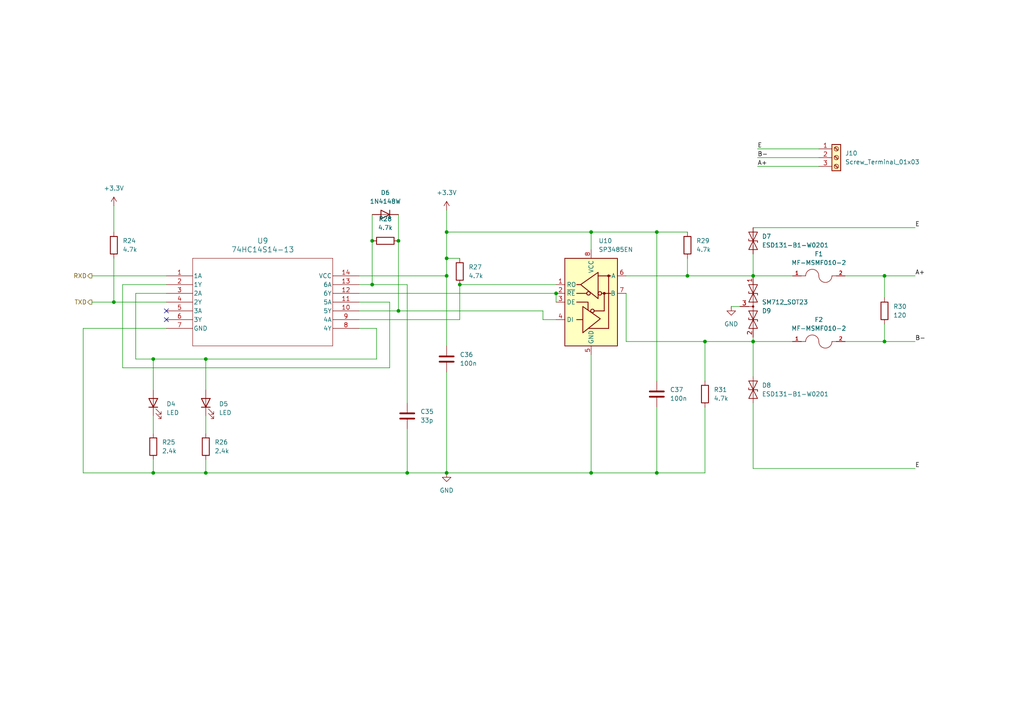
<source format=kicad_sch>
(kicad_sch (version 20250114) (generator "eeschema") (generator_version "9.0")
  (paper "A4")
  (lib_symbols
    (symbol "74HC14s14-13:74HC14S14-13" (pin_names (offset 0.254))
      (property "Reference" "U" (at 27.94 10.16 0))
      (property "Value" "74HC14S14-13" (at 27.94 7.62 0))
      (symbol "74HC14S14-13_0_1"
        (polyline (pts (xy 7.62 5.08) (xy 7.62 -20.32)) (stroke (width 0.127)))
        (polyline (pts (xy 7.62 -20.32) (xy 48.26 -20.32)) (stroke (width 0.127)))
        (polyline (pts (xy 48.26 5.08) (xy 7.62 5.08)) (stroke (width 0.127)))
        (polyline (pts (xy 48.26 -20.32) (xy 48.26 5.08)) (stroke (width 0.127)))
        (pin input line (at 0 0 0) (length 7.62) (name "1A") (number "1"))
        (pin output line (at 0 -2.54 0) (length 7.62) (name "1Y") (number "2"))
        (pin input line (at 0 -5.08 0) (length 7.62) (name "2A") (number "3"))
        (pin output line (at 0 -7.62 0) (length 7.62) (name "2Y") (number "4"))
        (pin input line (at 0 -10.16 0) (length 7.62) (name "3A") (number "5"))
        (pin output line (at 0 -12.7 0) (length 7.62) (name "3Y") (number "6"))
        (pin power_in line (at 0 -15.24 0) (length 7.62) (name "GND") (number "7"))
        (pin power_in line (at 55.88 0 180) (length 7.62) (name "VCC") (number "14"))
        (pin input line (at 55.88 -2.54 180) (length 7.62) (name "6A") (number "13"))
        (pin output line (at 55.88 -5.08 180) (length 7.62) (name "6Y") (number "12"))
        (pin input line (at 55.88 -7.62 180) (length 7.62) (name "5A") (number "11"))
        (pin output line (at 55.88 -10.16 180) (length 7.62) (name "5Y") (number "10"))
        (pin input line (at 55.88 -12.7 180) (length 7.62) (name "4A") (number "9"))
        (pin output line (at 55.88 -15.24 180) (length 7.62) (name "4Y") (number "8"))
      )
    )
    (symbol "Connector:Screw_Terminal_01x03" (pin_names (offset 1.016) (hide yes))
      (property "Reference" "J" (at 0 5.08 0))
      (property "Value" "Screw_Terminal_01x03" (at 0 -5.08 0))
      (symbol "Screw_Terminal_01x03_1_1"
        (rectangle (start -1.27 3.81) (end 1.27 -3.81) (stroke (width 0.254)) (fill (type background)))
        (polyline (pts (xy -0.5334 2.8702) (xy 0.3302 2.032)) (stroke (width 0.1524)))
        (polyline (pts (xy -0.5334 0.3302) (xy 0.3302 -0.508)) (stroke (width 0.1524)))
        (polyline (pts (xy -0.5334 -2.2098) (xy 0.3302 -3.048)) (stroke (width 0.1524)))
        (polyline (pts (xy -0.3556 3.048) (xy 0.508 2.2098)) (stroke (width 0.1524)))
        (polyline (pts (xy -0.3556 0.508) (xy 0.508 -0.3302)) (stroke (width 0.1524)))
        (polyline (pts (xy -0.3556 -2.032) (xy 0.508 -2.8702)) (stroke (width 0.1524)))
        (circle (center 0 2.54) (radius 0.635) (stroke (width 0.1524)))
        (circle (center 0 0) (radius 0.635) (stroke (width 0.1524)))
        (circle (center 0 -2.54) (radius 0.635) (stroke (width 0.1524)))
        (pin passive line (at -5.08 2.54 0) (length 3.81) (name "Pin_1") (number "1"))
        (pin passive line (at -5.08 0 0) (length 3.81) (name "Pin_2") (number "2"))
        (pin passive line (at -5.08 -2.54 0) (length 3.81) (name "Pin_3") (number "3"))
      )
    )
    (symbol "Device:C" (pin_numbers (hide yes)) (pin_names (offset 0.254))
      (property "Reference" "C" (at 0.635 2.54 0))
      (property "Value" "C" (at 0.635 -2.54 0))
      (symbol "C_0_1"
        (polyline (pts (xy -2.032 0.762) (xy 2.032 0.762)) (stroke (width 0.508)))
        (polyline (pts (xy -2.032 -0.762) (xy 2.032 -0.762)) (stroke (width 0.508)))
      )
      (symbol "C_1_1"
        (pin passive line (at 0 3.81 270) (length 2.794) (name "~") (number "1"))
        (pin passive line (at 0 -3.81 90) (length 2.794) (name "~") (number "2"))
      )
    )
    (symbol "Device:LED" (pin_numbers (hide yes)) (pin_names (offset 1.016) (hide yes))
      (property "Reference" "D" (at 0 2.54 0))
      (property "Value" "LED" (at 0 -2.54 0))
      (symbol "LED_0_1"
        (polyline (pts (xy -3.048 -0.762) (xy -4.572 -2.286) (xy -3.81 -2.286) (xy -4.572 -2.286) (xy -4.572 -1.524)))
        (polyline (pts (xy -1.778 -0.762) (xy -3.302 -2.286) (xy -2.54 -2.286) (xy -3.302 -2.286) (xy -3.302 -1.524)))
        (polyline (pts (xy -1.27 0) (xy 1.27 0)))
        (polyline (pts (xy -1.27 -1.27) (xy -1.27 1.27)) (stroke (width 0.254)))
        (polyline (pts (xy 1.27 -1.27) (xy 1.27 1.27) (xy -1.27 0) (xy 1.27 -1.27)) (stroke (width 0.254)))
      )
      (symbol "LED_1_1"
        (pin passive line (at -3.81 0 0) (length 2.54) (name "K") (number "1"))
        (pin passive line (at 3.81 0 180) (length 2.54) (name "A") (number "2"))
      )
    )
    (symbol "Device:R" (pin_numbers (hide yes)) (pin_names (offset 0))
      (property "Reference" "R" (at 2.032 0 90))
      (property "Value" "R" (at 0 0 90))
      (symbol "R_0_1"
        (rectangle (start -1.016 -2.54) (end 1.016 2.54) (stroke (width 0.254)))
      )
      (symbol "R_1_1"
        (pin passive line (at 0 3.81 270) (length 1.27) (name "~") (number "1"))
        (pin passive line (at 0 -3.81 90) (length 1.27) (name "~") (number "2"))
      )
    )
    (symbol "Diode:1N4148W" (pin_numbers (hide yes)) (pin_names (hide yes))
      (property "Reference" "D" (at 0 2.54 0))
      (property "Value" "1N4148W" (at 0 -2.54 0))
      (symbol "1N4148W_0_1"
        (polyline (pts (xy -1.27 1.27) (xy -1.27 -1.27)) (stroke (width 0.254)))
        (polyline (pts (xy 1.27 1.27) (xy 1.27 -1.27) (xy -1.27 0) (xy 1.27 1.27)) (stroke (width 0.254)))
        (polyline (pts (xy 1.27 0) (xy -1.27 0)))
      )
      (symbol "1N4148W_1_1"
        (pin passive line (at -3.81 0 0) (length 2.54) (name "K") (number "1"))
        (pin passive line (at 3.81 0 180) (length 2.54) (name "A") (number "2"))
      )
    )
    (symbol "Diode:ESD131-B1-W0201" (pin_numbers (hide yes)) (pin_names (offset 1.016) (hide yes))
      (property "Reference" "D" (at 0 2.54 0))
      (property "Value" "ESD131-B1-W0201" (at 0 -2.54 0))
      (symbol "ESD131-B1-W0201_0_1"
        (polyline (pts (xy -2.54 -1.27) (xy 0 0) (xy -2.54 1.27) (xy -2.54 -1.27)) (stroke (width 0.2032)))
        (polyline (pts (xy 0.508 1.27) (xy 0 1.27) (xy 0 -1.27) (xy -0.508 -1.27)) (stroke (width 0.2032)))
        (polyline (pts (xy 1.27 0) (xy -1.27 0)))
        (polyline (pts (xy 2.54 1.27) (xy 2.54 -1.27) (xy 0 0) (xy 2.54 1.27)) (stroke (width 0.2032)))
      )
      (symbol "ESD131-B1-W0201_1_1"
        (pin passive line (at -3.81 0 0) (length 2.54) (name "A1") (number "1"))
        (pin passive line (at 3.81 0 180) (length 2.54) (name "A2") (number "2"))
      )
    )
    (symbol "Diode:SM712_SOT23" (pin_names (offset 1.016) (hide yes))
      (property "Reference" "D" (at 0 4.445 0))
      (property "Value" "SM712_SOT23" (at 0 2.54 0))
      (symbol "SM712_SOT23_0_0"
        (polyline (pts (xy 0 -1.27) (xy 0 0)))
      )
      (symbol "SM712_SOT23_0_1"
        (polyline (pts (xy -6.35 0) (xy 6.35 0)))
        (polyline (pts (xy -6.35 -1.27) (xy -1.27 1.27) (xy -1.27 -1.27) (xy -6.35 1.27) (xy -6.35 -1.27)) (stroke (width 0.2032)))
        (polyline (pts (xy -3.302 1.27) (xy -3.81 1.27) (xy -3.81 -1.27) (xy -4.318 -1.27)) (stroke (width 0.2032)))
        (circle (center 0 0) (radius 0.254) (fill (type outline)))
        (polyline (pts (xy 1.27 -1.27) (xy 1.27 1.27) (xy 6.35 -1.27) (xy 6.35 1.27) (xy 1.27 -1.27)) (stroke (width 0.2032)))
        (polyline (pts (xy 4.318 1.27) (xy 3.81 1.27) (xy 3.81 -1.27) (xy 3.302 -1.27)) (stroke (width 0.2032)))
      )
      (symbol "SM712_SOT23_1_1"
        (pin passive line (at -8.89 0 0) (length 2.54) (name "A1") (number "1"))
        (pin input line (at 0 -3.81 90) (length 2.54) (name "common") (number "3"))
        (pin passive line (at 8.89 0 180) (length 2.54) (name "A2") (number "2"))
      )
    )
    (symbol "Interface_UART:SP3485EN"
      (property "Reference" "U" (at -7.62 13.97 0))
      (property "Value" "SP3485EN" (at 1.905 13.97 0))
      (symbol "SP3485EN_0_1"
        (rectangle (start -7.62 12.7) (end 7.62 -12.7) (stroke (width 0.254)) (fill (type background)))
        (polyline (pts (xy -4.191 2.54) (xy -1.27 2.54)) (stroke (width 0.254)))
        (polyline (pts (xy -4.191 0) (xy -0.889 0) (xy -0.889 -2.286)) (stroke (width 0.254)))
        (polyline (pts (xy -3.175 5.08) (xy -4.191 5.08) (xy -4.064 5.08)) (stroke (width 0.254)))
        (polyline (pts (xy -2.54 -5.08) (xy -4.191 -5.08)) (stroke (width 0.254)))
        (polyline (pts (xy -2.413 -5.08) (xy -2.413 -1.27) (xy 2.667 -4.826) (xy -2.413 -8.89) (xy -2.413 -5.08)) (stroke (width 0.254)))
        (polyline (pts (xy -0.635 -7.62) (xy 5.08 -7.62)) (stroke (width 0.254)))
        (circle (center 0.381 -2.54) (radius 0.508) (stroke (width 0.254)))
        (polyline (pts (xy 0.889 -2.54) (xy 3.81 -2.54)) (stroke (width 0.254)))
        (polyline (pts (xy 2.032 7.62) (xy 5.715 7.62)) (stroke (width 0.254)))
        (polyline (pts (xy 3.048 2.54) (xy 5.715 2.54)) (stroke (width 0.254)))
        (circle (center 3.81 2.54) (radius 0.2794) (stroke (width 0.254)) (fill (type outline)))
        (polyline (pts (xy 3.81 -2.54) (xy 3.81 2.54)) (stroke (width 0.254)))
        (polyline (pts (xy 5.08 -7.62) (xy 5.08 7.62)) (stroke (width 0.254)))
      )
      (symbol "SP3485EN_1_1"
        (circle (center -0.762 2.54) (radius 0.508) (stroke (width 0.254)))
        (polyline (pts (xy 2.032 4.826) (xy 2.032 8.636) (xy -3.048 5.08) (xy 2.032 1.016) (xy 2.032 4.826)) (stroke (width 0.254)))
        (circle (center 2.54 2.54) (radius 0.508) (stroke (width 0.254)))
        (circle (center 5.08 7.62) (radius 0.2794) (stroke (width 0.254)) (fill (type outline)))
        (pin output line (at -10.16 5.08 0) (length 2.54) (name "RO") (number "1"))
        (pin input line (at -10.16 2.54 0) (length 2.54) (name "~{RE}") (number "2"))
        (pin input line (at -10.16 0 0) (length 2.54) (name "DE") (number "3"))
        (pin input line (at -10.16 -5.08 0) (length 2.54) (name "DI") (number "4"))
        (pin power_in line (at 0 15.24 270) (length 2.54) (name "VCC") (number "8"))
        (pin power_in line (at 0 -15.24 90) (length 2.54) (name "GND") (number "5"))
        (pin bidirectional line (at 10.16 7.62 180) (length 2.54) (name "A") (number "6"))
        (pin bidirectional line (at 10.16 2.54 180) (length 2.54) (name "B") (number "7"))
      )
    )
    (symbol "MF-MSMF010-2:MF-MSMF010-2" (pin_names (offset 1.016))
      (property "Reference" "F" (at -2.54 5.08 0))
      (property "Value" "MF-MSMF010-2" (at -2.54 -5.08 0))
      (symbol "MF-MSMF010-2_0_0"
        (polyline (pts (xy -5.08 0) (xy -3.81 0)) (stroke (width 0.1524)))
        (arc (start -3.81 0) (mid -1.905 1.8967) (end 0 0) (stroke (width 0.1524)))
        (arc (start 3.81 0) (mid 1.905 -1.8967) (end 0 0) (stroke (width 0.1524)))
        (polyline (pts (xy 5.08 0) (xy 3.81 0)) (stroke (width 0.1524)))
        (pin passive line (at -7.62 0 0) (length 2.54) (name "~") (number "1"))
        (pin passive line (at 7.62 0 180) (length 2.54) (name "~") (number "2"))
      )
    )
    (symbol "power:+5V" (power) (pin_numbers (hide yes)) (pin_names (offset 0) (hide yes))
      (property "Value" "+5V" (at 0 3.556 0))
      (symbol "+5V_0_1"
        (polyline (pts (xy -0.762 1.27) (xy 0 2.54)))
        (polyline (pts (xy 0 2.54) (xy 0.762 1.27)))
        (polyline (pts (xy 0 0) (xy 0 2.54)))
      )
      (symbol "+5V_1_1"
        (pin power_in line (at 0 0 90) (length 0) (name "~") (number "1"))
      )
    )
    (symbol "power:GND" (power) (pin_numbers (hide yes)) (pin_names (offset 0) (hide yes))
      (property "Value" "GND" (at 0 -3.81 0))
      (symbol "GND_0_1"
        (polyline (pts (xy 0 0) (xy 0 -1.27) (xy 1.27 -1.27) (xy 0 -2.54) (xy -1.27 -1.27) (xy 0 -1.27)))
      )
      (symbol "GND_1_1"
        (pin power_in line (at 0 0 270) (length 0) (name "~") (number "1"))
      )
    )
  )
  (junction (at 107.95 69.85))
  (junction (at 129.54 137.16))
  (junction (at 44.45 137.16))
  (junction (at 33.02 87.63))
  (junction (at 115.57 90.17))
  (junction (at 256.54 80.01))
  (junction (at 44.45 104.14))
  (junction (at 190.5 137.16))
  (junction (at 161.29 85.09))
  (junction (at 199.39 80.01))
  (junction (at 118.11 137.16))
  (junction (at 171.45 67.31))
  (junction (at 59.69 137.16))
  (junction (at 256.54 99.06))
  (junction (at 218.44 99.06))
  (junction (at 107.95 82.55))
  (junction (at 171.45 137.16))
  (junction (at 218.44 80.01))
  (junction (at 133.35 82.55))
  (junction (at 129.54 80.01))
  (junction (at 115.57 69.85))
  (junction (at 129.54 74.93))
  (junction (at 204.47 99.06))
  (junction (at 59.69 104.14))
  (junction (at 190.5 67.31))
  (junction (at 129.54 67.31))
  (no_connect (at 48.26 92.71))
  (no_connect (at 48.26 90.17))
  (wire (pts (xy 218.44 116.84) (xy 218.44 135.89)))
  (wire (pts (xy 133.35 92.71) (xy 133.35 82.55)))
  (wire (pts (xy 109.22 104.14) (xy 109.22 95.25)))
  (wire (pts (xy 118.11 124.46) (xy 118.11 137.16)))
  (wire (pts (xy 171.45 102.87) (xy 171.45 137.16)))
  (wire (pts (xy 59.69 104.14) (xy 109.22 104.14)))
  (wire (pts (xy 115.57 90.17) (xy 157.48 90.17)))
  (wire (pts (xy 44.45 104.14) (xy 44.45 113.03)))
  (wire (pts (xy 219.71 48.26) (xy 237.49 48.26)))
  (wire (pts (xy 104.14 90.17) (xy 115.57 90.17)))
  (wire (pts (xy 129.54 137.16) (xy 118.11 137.16)))
  (wire (pts (xy 171.45 67.31) (xy 190.5 67.31)))
  (wire (pts (xy 26.67 87.63) (xy 33.02 87.63)))
  (wire (pts (xy 245.11 80.01) (xy 256.54 80.01)))
  (wire (pts (xy 157.48 90.17) (xy 157.48 92.71)))
  (wire (pts (xy 218.44 97.79) (xy 218.44 99.06)))
  (wire (pts (xy 218.44 135.89) (xy 265.43 135.89)))
  (wire (pts (xy 104.14 82.55) (xy 107.95 82.55)))
  (wire (pts (xy 104.14 85.09) (xy 161.29 85.09)))
  (wire (pts (xy 190.5 118.11) (xy 190.5 137.16)))
  (wire (pts (xy 171.45 137.16) (xy 129.54 137.16)))
  (wire (pts (xy 171.45 67.31) (xy 171.45 72.39)))
  (wire (pts (xy 24.13 137.16) (xy 44.45 137.16)))
  (wire (pts (xy 104.14 92.71) (xy 133.35 92.71)))
  (wire (pts (xy 129.54 67.31) (xy 129.54 74.93)))
  (wire (pts (xy 118.11 137.16) (xy 59.69 137.16)))
  (wire (pts (xy 157.48 92.71) (xy 161.29 92.71)))
  (wire (pts (xy 190.5 67.31) (xy 190.5 110.49)))
  (wire (pts (xy 204.47 137.16) (xy 190.5 137.16)))
  (wire (pts (xy 115.57 69.85) (xy 115.57 90.17)))
  (wire (pts (xy 204.47 118.11) (xy 204.47 137.16)))
  (wire (pts (xy 35.56 106.68) (xy 113.03 106.68)))
  (wire (pts (xy 113.03 87.63) (xy 104.14 87.63)))
  (wire (pts (xy 218.44 66.04) (xy 265.43 66.04)))
  (wire (pts (xy 48.26 95.25) (xy 24.13 95.25)))
  (wire (pts (xy 256.54 80.01) (xy 265.43 80.01)))
  (wire (pts (xy 129.54 74.93) (xy 133.35 74.93)))
  (wire (pts (xy 44.45 120.65) (xy 44.45 125.73)))
  (wire (pts (xy 33.02 87.63) (xy 48.26 87.63)))
  (wire (pts (xy 44.45 104.14) (xy 59.69 104.14)))
  (wire (pts (xy 107.95 82.55) (xy 118.11 82.55)))
  (wire (pts (xy 190.5 137.16) (xy 171.45 137.16)))
  (wire (pts (xy 48.26 82.55) (xy 35.56 82.55)))
  (wire (pts (xy 33.02 59.69) (xy 33.02 67.31)))
  (wire (pts (xy 118.11 82.55) (xy 118.11 116.84)))
  (wire (pts (xy 26.67 80.01) (xy 48.26 80.01)))
  (wire (pts (xy 107.95 69.85) (xy 107.95 82.55)))
  (wire (pts (xy 104.14 80.01) (xy 129.54 80.01)))
  (wire (pts (xy 115.57 62.23) (xy 115.57 69.85)))
  (wire (pts (xy 190.5 67.31) (xy 199.39 67.31)))
  (wire (pts (xy 24.13 95.25) (xy 24.13 137.16)))
  (wire (pts (xy 129.54 74.93) (xy 129.54 80.01)))
  (wire (pts (xy 33.02 74.93) (xy 33.02 87.63)))
  (wire (pts (xy 199.39 80.01) (xy 218.44 80.01)))
  (wire (pts (xy 109.22 95.25) (xy 104.14 95.25)))
  (wire (pts (xy 256.54 99.06) (xy 265.43 99.06)))
  (wire (pts (xy 218.44 73.66) (xy 218.44 80.01)))
  (wire (pts (xy 44.45 133.35) (xy 44.45 137.16)))
  (wire (pts (xy 218.44 99.06) (xy 218.44 109.22)))
  (wire (pts (xy 129.54 67.31) (xy 171.45 67.31)))
  (wire (pts (xy 181.61 99.06) (xy 204.47 99.06)))
  (wire (pts (xy 44.45 137.16) (xy 59.69 137.16)))
  (wire (pts (xy 219.71 43.18) (xy 237.49 43.18)))
  (wire (pts (xy 129.54 80.01) (xy 129.54 100.33)))
  (wire (pts (xy 161.29 85.09) (xy 161.29 87.63)))
  (wire (pts (xy 59.69 120.65) (xy 59.69 125.73)))
  (wire (pts (xy 107.95 62.23) (xy 107.95 69.85)))
  (wire (pts (xy 35.56 82.55) (xy 35.56 106.68)))
  (wire (pts (xy 59.69 104.14) (xy 59.69 113.03)))
  (wire (pts (xy 59.69 133.35) (xy 59.69 137.16)))
  (wire (pts (xy 199.39 74.93) (xy 199.39 80.01)))
  (wire (pts (xy 129.54 107.95) (xy 129.54 137.16)))
  (wire (pts (xy 129.54 60.96) (xy 129.54 67.31)))
  (wire (pts (xy 133.35 82.55) (xy 161.29 82.55)))
  (wire (pts (xy 218.44 80.01) (xy 229.87 80.01)))
  (wire (pts (xy 48.26 85.09) (xy 39.37 85.09)))
  (wire (pts (xy 199.39 80.01) (xy 181.61 80.01)))
  (wire (pts (xy 39.37 85.09) (xy 39.37 104.14)))
  (wire (pts (xy 219.71 45.72) (xy 237.49 45.72)))
  (wire (pts (xy 214.63 88.9) (xy 212.09 88.9)))
  (wire (pts (xy 256.54 80.01) (xy 256.54 86.36)))
  (wire (pts (xy 218.44 99.06) (xy 229.87 99.06)))
  (wire (pts (xy 204.47 99.06) (xy 218.44 99.06)))
  (wire (pts (xy 245.11 99.06) (xy 256.54 99.06)))
  (wire (pts (xy 256.54 93.98) (xy 256.54 99.06)))
  (wire (pts (xy 39.37 104.14) (xy 44.45 104.14)))
  (wire (pts (xy 113.03 106.68) (xy 113.03 87.63)))
  (wire (pts (xy 204.47 99.06) (xy 204.47 110.49)))
  (wire (pts (xy 181.61 85.09) (xy 181.61 99.06)))
  (label "B-" (at 265.43 99.06 0))
  (label "A+" (at 219.71 48.26 0))
  (label "E" (at 219.71 43.18 0))
  (label "E" (at 265.43 66.04 0))
  (label "A+" (at 265.43 80.01 0))
  (label "B-" (at 219.71 45.72 0))
  (label "E" (at 265.43 135.89 0))
  (hierarchical_label "TXD" (shape output) (at 26.67 87.63 180))
  (hierarchical_label "RXD" (shape output) (at 26.67 80.01 180))
  (symbol (lib_id "power:+5V") (at 33.02 59.69 0) (unit 1)
    (property "Reference" "#PWR076" (effects (hide yes)))
    (property "Value" "+3.3V" (at 33.02 54.61 0))
    (property "Description" "Power symbol creates a global label with name \"+5V\"" (effects (hide yes)))
  )
  (symbol (lib_id "Connector:Screw_Terminal_01x03") (at 242.57 45.72 0) (unit 1)
    (property "Reference" "J10" (at 245.11 44.4499 0) (effects (justify left)))
    (property "Value" "Screw_Terminal_01x03" (at 245.11 46.9899 0) (effects (justify left)))
    (property "Footprint" "TerminalBlock:TerminalBlock_MaiXu_MX126-5.0-03P_1x03_P5.00mm" (effects (hide yes)))
    (property "Description" "Generic screw terminal, single row, 01x03, script generated (kicad-library-utils/schlib/autogen/connector/)" (effects (hide yes)))
  )
  (symbol (lib_id "Diode:ESD131-B1-W0201") (at 218.44 113.03 90) (unit 1)
    (property "Reference" "D8" (at 220.98 111.7599 90) (effects (justify right)))
    (property "Value" "ESD131-B1-W0201" (at 220.98 114.2999 90) (effects (justify right)))
    (property "Footprint" "Diode_SMD:Infineon_SG-WLL-2-3_0.58x0.28_P0.36mm" (effects (hide yes)))
    (property "Datasheet" "https://www.infineon.com/dgdl/Infineon-ESD131-B1-W0201-DataSheet-v02_00-EN.pdf?fileId=5546d4625cc9456a015ce94850964889" (effects (hide yes)))
    (property "Description" "Bidirectional ESD protection diode, ±5.5Vrwm, 0.23pF, SG-WLL-2-3" (effects (hide yes)))
  )
  (symbol (lib_id "Device:R") (at 44.45 129.54 0) (unit 1)
    (property "Reference" "R25" (at 46.99 128.2699 0) (effects (justify left)))
    (property "Value" "2.4k" (at 46.99 130.8099 0) (effects (justify left)))
    (property "Footprint" "Resistor_SMD:R_0603_1608Metric" (effects (hide yes)))
    (property "Description" "Resistor" (effects (hide yes)))
  )
  (symbol (lib_id "Device:LED") (at 59.69 116.84 90) (unit 1)
    (property "Reference" "D5" (at 63.5 117.1574 90) (effects (justify right)))
    (property "Value" "LED" (at 63.5 119.6974 90) (effects (justify right)))
    (property "Footprint" "Diode_SMD:D_SOD-123" (effects (hide yes)))
    (property "Description" "Light emitting diode" (effects (hide yes)))
    (property "Sim.Pins" "1=K 2=A" (effects (hide yes)))
  )
  (symbol (lib_id "Device:C") (at 129.54 104.14 0) (unit 1)
    (property "Reference" "C36" (at 133.35 102.8699 0) (effects (justify left)))
    (property "Value" "100n" (at 133.35 105.4099 0) (effects (justify left)))
    (property "Footprint" "Capacitor_SMD:C_0402_1005Metric" (effects (hide yes)))
    (property "Description" "Unpolarized capacitor" (effects (hide yes)))
  )
  (symbol (lib_id "Device:R") (at 256.54 90.17 0) (unit 1)
    (property "Reference" "R30" (at 259.08 88.8999 0) (effects (justify left)))
    (property "Value" "120" (at 259.08 91.4399 0) (effects (justify left)))
    (property "Footprint" "Resistor_SMD:R_0805_2012Metric" (effects (hide yes)))
    (property "Description" "Resistor" (effects (hide yes)))
  )
  (symbol (lib_id "Device:R") (at 204.47 114.3 0) (unit 1)
    (property "Reference" "R31" (at 207.01 113.0299 0) (effects (justify left)))
    (property "Value" "4.7k" (at 207.01 115.5699 0) (effects (justify left)))
    (property "Footprint" "Resistor_SMD:R_0603_1608Metric" (effects (hide yes)))
    (property "Description" "Resistor" (effects (hide yes)))
  )
  (symbol (lib_id "Device:LED") (at 44.45 116.84 90) (unit 1)
    (property "Reference" "D4" (at 48.26 117.1574 90) (effects (justify right)))
    (property "Value" "LED" (at 48.26 119.6974 90) (effects (justify right)))
    (property "Footprint" "Diode_SMD:D_SOD-123" (effects (hide yes)))
    (property "Description" "Light emitting diode" (effects (hide yes)))
    (property "Sim.Pins" "1=K 2=A" (effects (hide yes)))
  )
  (symbol (lib_id "Device:R") (at 199.39 71.12 0) (unit 1)
    (property "Reference" "R29" (at 201.93 69.8499 0) (effects (justify left)))
    (property "Value" "4.7k" (at 201.93 72.3899 0) (effects (justify left)))
    (property "Footprint" "Resistor_SMD:R_0603_1608Metric" (effects (hide yes)))
    (property "Description" "Resistor" (effects (hide yes)))
  )
  (symbol (lib_id "Interface_UART:SP3485EN") (at 171.45 87.63 0) (unit 1)
    (property "Reference" "U10" (at 173.5933 69.85 0) (effects (justify left)))
    (property "Value" "SP3485EN" (at 173.5933 72.39 0) (effects (justify left)))
    (property "Footprint" "Package_SO:SOIC-8_3.9x4.9mm_P1.27mm" (effects (hide yes)))
    (property "Datasheet" "http://www.icbase.com/pdf/SPX/SPX00480106.pdf" (effects (hide yes)))
    (property "Description" "Industrial 3.3V Low Power Half-Duplex RS-485 Transceiver 10Mbps, SOIC-8" (effects (hide yes)))
  )
  (symbol (lib_id "Device:R") (at 133.35 78.74 0) (unit 1)
    (property "Reference" "R27" (at 135.89 77.4699 0) (effects (justify left)))
    (property "Value" "4.7k" (at 135.89 80.0099 0) (effects (justify left)))
    (property "Footprint" "Resistor_SMD:R_0603_1608Metric" (effects (hide yes)))
    (property "Description" "Resistor" (effects (hide yes)))
  )
  (symbol (lib_id "Diode:SM712_SOT23") (at 218.44 88.9 270) (unit 1)
    (property "Reference" "D9" (at 220.98 90.1701 90) (effects (justify left)))
    (property "Value" "SM712_SOT23" (at 220.98 87.6301 90) (effects (justify left)))
    (property "Footprint" "Package_TO_SOT_SMD:SOT-23" (effects (hide yes)))
    (property "Datasheet" "https://www.littelfuse.com/~/media/electronics/datasheets/tvs_diode_arrays/littelfuse_tvs_diode_array_sm712_datasheet.pdf.pdf" (effects (hide yes)))
    (property "Description" "7V/12V, 600W Asymmetrical TVS Diode Array, SOT-23" (effects (hide yes)))
  )
  (symbol (lib_id "MF-MSMF010-2:MF-MSMF010-2") (at 237.49 99.06 0) (unit 1)
    (property "Reference" "F2" (at 237.49 92.71 0))
    (property "Value" "MF-MSMF010-2" (at 237.49 95.25 0))
    (property "Footprint" "CarteDiem_parts:FUSER_MF-MSMF010-2" (effects (hide yes)))
    (property "MF" "Bourns" (effects (hide yes)))
    (property "MOUSER-PURCHASE-URL" "https://snapeda.com/shop?store=Mouser&id=143366" (effects (hide yes)))
    (property "DESCRIPTION" "Polymeric PTC Resettable Fuse 8V 2A Ih Surface Mount 1812 (4532 Metric), Concave" (effects (hide yes)))
    (property "PACKAGE" "1812 Bourns" (effects (hide yes)))
    (property "PRICE" "None" (effects (hide yes)))
    (property "Package" "1812 Bourns" (effects (hide yes)))
    (property "Check_prices" "https://www.snapeda.com/parts/MF-MSMF010-2/Bourns/view-part/?ref=eda" (effects (hide yes)))
    (property "Price" "None" (effects (hide yes)))
    (property "SnapEDA_Link" "https://www.snapeda.com/parts/MF-MSMF010-2/Bourns/view-part/?ref=snap" (effects (hide yes)))
    (property "MP" "MF-MSMF010-2" (effects (hide yes)))
    (property "DIGIKEY-PURCHASE-URL" "https://snapeda.com/shop?store=DigiKey&id=143366" (effects (hide yes)))
    (property "Availability" "In Stock" (effects (hide yes)))
    (property "ARROW_ELECTRONICS-PURCHASE-URL" "https://snapeda.com/shop?store=Arrow+Electronics&id=143366" (effects (hide yes)))
    (property "AVAILABILITY" "Good" (effects (hide yes)))
    (property "Description_1" "Fuse Resettable 40A Sz 4532 0.186x0.134x0.043 SMT 60VDC DCR 0.7 Ohms PCB | Bourns MF-MSMF010-2" (effects (hide yes)))
  )
  (symbol (lib_id "Device:R") (at 33.02 71.12 0) (unit 1)
    (property "Reference" "R24" (at 35.56 69.8499 0) (effects (justify left)))
    (property "Value" "4.7k" (at 35.56 72.3899 0) (effects (justify left)))
    (property "Footprint" "Resistor_SMD:R_0603_1608Metric" (effects (hide yes)))
    (property "Description" "Resistor" (effects (hide yes)))
  )
  (symbol (lib_id "MF-MSMF010-2:MF-MSMF010-2") (at 237.49 80.01 0) (unit 1)
    (property "Reference" "F1" (at 237.49 73.66 0))
    (property "Value" "MF-MSMF010-2" (at 237.49 76.2 0))
    (property "Footprint" "CarteDiem_parts:FUSER_MF-MSMF010-2" (effects (hide yes)))
    (property "MF" "Bourns" (effects (hide yes)))
    (property "MOUSER-PURCHASE-URL" "https://snapeda.com/shop?store=Mouser&id=143366" (effects (hide yes)))
    (property "DESCRIPTION" "Polymeric PTC Resettable Fuse 8V 2A Ih Surface Mount 1812 (4532 Metric), Concave" (effects (hide yes)))
    (property "PACKAGE" "1812 Bourns" (effects (hide yes)))
    (property "PRICE" "None" (effects (hide yes)))
    (property "Package" "1812 Bourns" (effects (hide yes)))
    (property "Check_prices" "https://www.snapeda.com/parts/MF-MSMF010-2/Bourns/view-part/?ref=eda" (effects (hide yes)))
    (property "Price" "None" (effects (hide yes)))
    (property "SnapEDA_Link" "https://www.snapeda.com/parts/MF-MSMF010-2/Bourns/view-part/?ref=snap" (effects (hide yes)))
    (property "MP" "MF-MSMF010-2" (effects (hide yes)))
    (property "DIGIKEY-PURCHASE-URL" "https://snapeda.com/shop?store=DigiKey&id=143366" (effects (hide yes)))
    (property "Availability" "In Stock" (effects (hide yes)))
    (property "ARROW_ELECTRONICS-PURCHASE-URL" "https://snapeda.com/shop?store=Arrow+Electronics&id=143366" (effects (hide yes)))
    (property "AVAILABILITY" "Good" (effects (hide yes)))
    (property "Description_1" "Fuse Resettable 40A Sz 4532 0.186x0.134x0.043 SMT 60VDC DCR 0.7 Ohms PCB | Bourns MF-MSMF010-2" (effects (hide yes)))
  )
  (symbol (lib_id "Device:R") (at 111.76 69.85 90) (unit 1)
    (property "Reference" "R28" (at 111.76 63.5 90))
    (property "Value" "4.7k" (at 111.76 66.04 90))
    (property "Footprint" "Resistor_SMD:R_0603_1608Metric" (effects (hide yes)))
    (property "Description" "Resistor" (effects (hide yes)))
  )
  (symbol (lib_id "Device:C") (at 190.5 114.3 0) (unit 1)
    (property "Reference" "C37" (at 194.31 113.0299 0) (effects (justify left)))
    (property "Value" "100n" (at 194.31 115.5699 0) (effects (justify left)))
    (property "Footprint" "Capacitor_SMD:C_0402_1005Metric" (effects (hide yes)))
    (property "Description" "Unpolarized capacitor" (effects (hide yes)))
  )
  (symbol (lib_id "power:+5V") (at 129.54 60.96 0) (unit 1)
    (property "Reference" "#PWR077" (effects (hide yes)))
    (property "Value" "+3.3V" (at 129.54 55.88 0))
    (property "Description" "Power symbol creates a global label with name \"+5V\"" (effects (hide yes)))
  )
  (symbol (lib_id "Diode:ESD131-B1-W0201") (at 218.44 69.85 90) (unit 1)
    (property "Reference" "D7" (at 220.98 68.5799 90) (effects (justify right)))
    (property "Value" "ESD131-B1-W0201" (at 220.98 71.1199 90) (effects (justify right)))
    (property "Footprint" "Diode_SMD:Infineon_SG-WLL-2-3_0.58x0.28_P0.36mm" (effects (hide yes)))
    (property "Datasheet" "https://www.infineon.com/dgdl/Infineon-ESD131-B1-W0201-DataSheet-v02_00-EN.pdf?fileId=5546d4625cc9456a015ce94850964889" (effects (hide yes)))
    (property "Description" "Bidirectional ESD protection diode, ±5.5Vrwm, 0.23pF, SG-WLL-2-3" (effects (hide yes)))
  )
  (symbol (lib_id "Device:C") (at 118.11 120.65 0) (unit 1)
    (property "Reference" "C35" (at 121.92 119.3799 0) (effects (justify left)))
    (property "Value" "33p" (at 121.92 121.9199 0) (effects (justify left)))
    (property "Footprint" "Capacitor_SMD:C_0603_1608Metric" (effects (hide yes)))
    (property "Description" "Unpolarized capacitor" (effects (hide yes)))
  )
  (symbol (lib_id "74HC14s14-13:74HC14S14-13") (at 48.26 80.01 0) (unit 1)
    (property "Reference" "U9" (at 76.2 69.85 0) (effects (font (size 1.524 1.524))))
    (property "Value" "74HC14S14-13" (at 76.2 72.39 0) (effects (font (size 1.524 1.524))))
    (property "Footprint" "CarteDiem_parts:SO14_DIO" (effects (hide yes)))
    (property "Datasheet" "74HC14S14-13" (effects (hide yes)))
  )
  (symbol (lib_id "Diode:1N4148W") (at 111.76 62.23 180) (unit 1)
    (property "Reference" "D6" (at 111.76 55.88 0))
    (property "Value" "1N4148W" (at 111.76 58.42 0))
    (property "Footprint" "Diode_SMD:D_SOD-123" (effects (hide yes)))
    (property "Datasheet" "https://www.vishay.com/docs/85748/1n4148w.pdf" (effects (hide yes)))
    (property "Description" "75V 0.15A Fast Switching Diode, SOD-123" (effects (hide yes)))
    (property "Sim.Device" "D" (effects (hide yes)))
    (property "Sim.Pins" "1=K 2=A" (effects (hide yes)))
  )
  (symbol (lib_id "Device:R") (at 59.69 129.54 0) (unit 1)
    (property "Reference" "R26" (at 62.23 128.2699 0) (effects (justify left)))
    (property "Value" "2.4k" (at 62.23 130.8099 0) (effects (justify left)))
    (property "Footprint" "Resistor_SMD:R_0603_1608Metric" (effects (hide yes)))
    (property "Description" "Resistor" (effects (hide yes)))
  )
  (symbol (lib_id "power:GND") (at 212.09 88.9 0) (unit 1)
    (property "Reference" "#PWR078" (effects (hide yes)))
    (property "Value" "GND" (at 212.09 93.98 0))
    (property "Description" "Power symbol creates a global label with name \"GND\" , ground" (effects (hide yes)))
  )
  (symbol (lib_id "power:GND") (at 129.54 137.16 0) (unit 1)
    (property "Reference" "#PWR075" (effects (hide yes)))
    (property "Value" "GND" (at 129.54 142.24 0))
    (property "Description" "Power symbol creates a global label with name \"GND\" , ground" (effects (hide yes)))
  )
)
</source>
